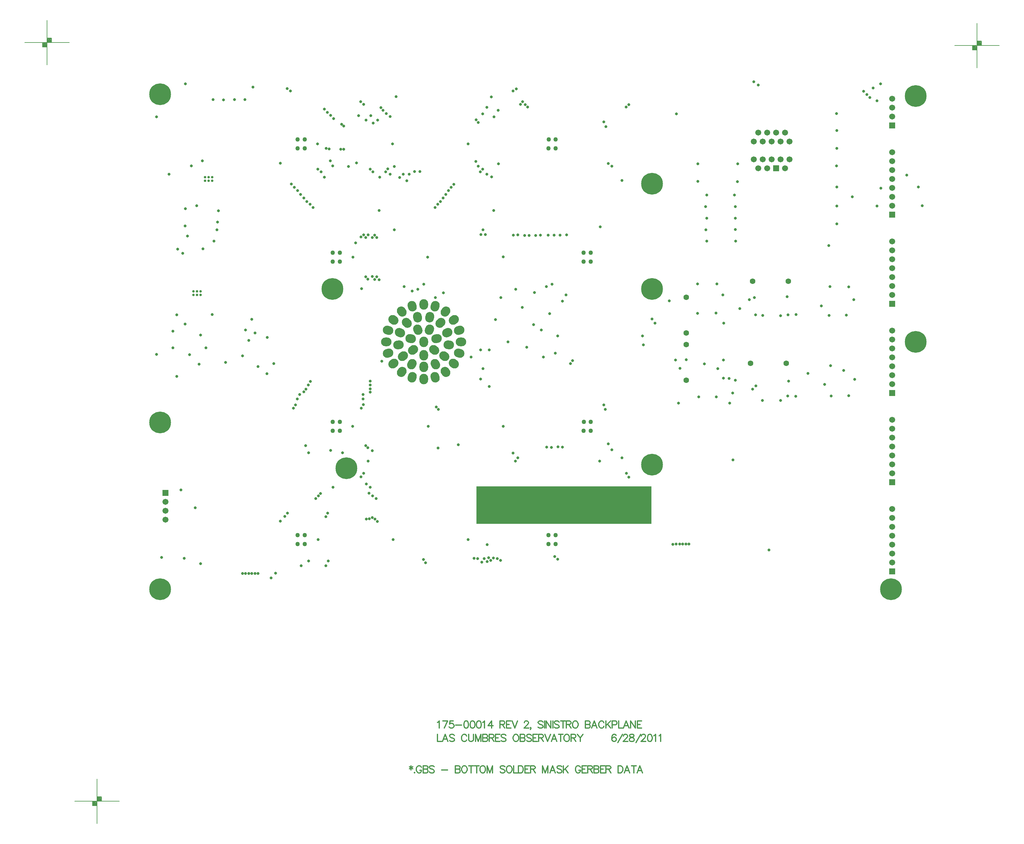
<source format=gbs>
%FSLAX23Y23*%
%MOIN*%
G70*
G01*
G75*
G04 Layer_Color=16711935*
%ADD10R,0.037X0.035*%
%ADD11R,0.037X0.035*%
%ADD12R,0.043X0.085*%
%ADD13R,0.043X0.085*%
%ADD14R,0.138X0.085*%
%ADD15R,0.135X0.070*%
%ADD16R,0.100X0.100*%
%ADD17R,0.078X0.048*%
%ADD18R,0.050X0.050*%
%ADD19R,0.050X0.050*%
%ADD20R,0.209X0.079*%
%ADD21O,0.098X0.028*%
%ADD22R,0.016X0.085*%
%ADD23R,0.709X0.020*%
%ADD24O,0.028X0.098*%
%ADD25R,0.070X0.135*%
%ADD26C,0.010*%
%ADD27C,0.030*%
%ADD28C,0.050*%
%ADD29C,0.012*%
%ADD30C,0.008*%
%ADD31C,0.012*%
%ADD32C,0.012*%
%ADD33C,0.020*%
%ADD34C,0.050*%
G04:AMPARAMS|DCode=35|XSize=90mil|YSize=110mil|CornerRadius=0mil|HoleSize=0mil|Usage=FLASHONLY|Rotation=162.000|XOffset=0mil|YOffset=0mil|HoleType=Round|Shape=Round|*
%AMOVALD35*
21,1,0.020,0.090,0.000,0.000,252.0*
1,1,0.090,0.003,0.010*
1,1,0.090,-0.003,-0.010*
%
%ADD35OVALD35*%

G04:AMPARAMS|DCode=36|XSize=90mil|YSize=110mil|CornerRadius=0mil|HoleSize=0mil|Usage=FLASHONLY|Rotation=144.000|XOffset=0mil|YOffset=0mil|HoleType=Round|Shape=Round|*
%AMOVALD36*
21,1,0.020,0.090,0.000,0.000,234.0*
1,1,0.090,0.006,0.008*
1,1,0.090,-0.006,-0.008*
%
%ADD36OVALD36*%

G04:AMPARAMS|DCode=37|XSize=90mil|YSize=110mil|CornerRadius=0mil|HoleSize=0mil|Usage=FLASHONLY|Rotation=126.000|XOffset=0mil|YOffset=0mil|HoleType=Round|Shape=Round|*
%AMOVALD37*
21,1,0.020,0.090,0.000,0.000,216.0*
1,1,0.090,0.008,0.006*
1,1,0.090,-0.008,-0.006*
%
%ADD37OVALD37*%

G04:AMPARAMS|DCode=38|XSize=90mil|YSize=110mil|CornerRadius=0mil|HoleSize=0mil|Usage=FLASHONLY|Rotation=108.000|XOffset=0mil|YOffset=0mil|HoleType=Round|Shape=Round|*
%AMOVALD38*
21,1,0.020,0.090,0.000,0.000,198.0*
1,1,0.090,0.010,0.003*
1,1,0.090,-0.010,-0.003*
%
%ADD38OVALD38*%

%ADD39O,0.110X0.090*%
G04:AMPARAMS|DCode=40|XSize=90mil|YSize=110mil|CornerRadius=0mil|HoleSize=0mil|Usage=FLASHONLY|Rotation=72.000|XOffset=0mil|YOffset=0mil|HoleType=Round|Shape=Round|*
%AMOVALD40*
21,1,0.020,0.090,0.000,0.000,162.0*
1,1,0.090,0.010,-0.003*
1,1,0.090,-0.010,0.003*
%
%ADD40OVALD40*%

G04:AMPARAMS|DCode=41|XSize=90mil|YSize=110mil|CornerRadius=0mil|HoleSize=0mil|Usage=FLASHONLY|Rotation=54.000|XOffset=0mil|YOffset=0mil|HoleType=Round|Shape=Round|*
%AMOVALD41*
21,1,0.020,0.090,0.000,0.000,144.0*
1,1,0.090,0.008,-0.006*
1,1,0.090,-0.008,0.006*
%
%ADD41OVALD41*%

G04:AMPARAMS|DCode=42|XSize=90mil|YSize=110mil|CornerRadius=0mil|HoleSize=0mil|Usage=FLASHONLY|Rotation=36.000|XOffset=0mil|YOffset=0mil|HoleType=Round|Shape=Round|*
%AMOVALD42*
21,1,0.020,0.090,0.000,0.000,126.0*
1,1,0.090,0.006,-0.008*
1,1,0.090,-0.006,0.008*
%
%ADD42OVALD42*%

G04:AMPARAMS|DCode=43|XSize=90mil|YSize=110mil|CornerRadius=0mil|HoleSize=0mil|Usage=FLASHONLY|Rotation=18.000|XOffset=0mil|YOffset=0mil|HoleType=Round|Shape=Round|*
%AMOVALD43*
21,1,0.020,0.090,0.000,0.000,108.0*
1,1,0.090,0.003,-0.010*
1,1,0.090,-0.003,0.010*
%
%ADD43OVALD43*%

%ADD44O,0.090X0.110*%
G04:AMPARAMS|DCode=45|XSize=90mil|YSize=110mil|CornerRadius=0mil|HoleSize=0mil|Usage=FLASHONLY|Rotation=152.304|XOffset=0mil|YOffset=0mil|HoleType=Round|Shape=Round|*
%AMOVALD45*
21,1,0.020,0.090,0.000,0.000,242.3*
1,1,0.090,0.005,0.009*
1,1,0.090,-0.005,-0.009*
%
%ADD45OVALD45*%

G04:AMPARAMS|DCode=46|XSize=90mil|YSize=110mil|CornerRadius=0mil|HoleSize=0mil|Usage=FLASHONLY|Rotation=124.612|XOffset=0mil|YOffset=0mil|HoleType=Round|Shape=Round|*
%AMOVALD46*
21,1,0.020,0.090,0.000,0.000,214.6*
1,1,0.090,0.008,0.006*
1,1,0.090,-0.008,-0.006*
%
%ADD46OVALD46*%

G04:AMPARAMS|DCode=47|XSize=90mil|YSize=110mil|CornerRadius=0mil|HoleSize=0mil|Usage=FLASHONLY|Rotation=96.920|XOffset=0mil|YOffset=0mil|HoleType=Round|Shape=Round|*
%AMOVALD47*
21,1,0.020,0.090,0.000,0.000,186.9*
1,1,0.090,0.010,0.001*
1,1,0.090,-0.010,-0.001*
%
%ADD47OVALD47*%

G04:AMPARAMS|DCode=48|XSize=90mil|YSize=110mil|CornerRadius=0mil|HoleSize=0mil|Usage=FLASHONLY|Rotation=69.228|XOffset=0mil|YOffset=0mil|HoleType=Round|Shape=Round|*
%AMOVALD48*
21,1,0.020,0.090,0.000,0.000,159.2*
1,1,0.090,0.009,-0.004*
1,1,0.090,-0.009,0.004*
%
%ADD48OVALD48*%

G04:AMPARAMS|DCode=49|XSize=90mil|YSize=110mil|CornerRadius=0mil|HoleSize=0mil|Usage=FLASHONLY|Rotation=41.536|XOffset=0mil|YOffset=0mil|HoleType=Round|Shape=Round|*
%AMOVALD49*
21,1,0.020,0.090,0.000,0.000,131.5*
1,1,0.090,0.007,-0.007*
1,1,0.090,-0.007,0.007*
%
%ADD49OVALD49*%

G04:AMPARAMS|DCode=50|XSize=90mil|YSize=110mil|CornerRadius=0mil|HoleSize=0mil|Usage=FLASHONLY|Rotation=13.844|XOffset=0mil|YOffset=0mil|HoleType=Round|Shape=Round|*
%AMOVALD50*
21,1,0.020,0.090,0.000,0.000,103.8*
1,1,0.090,0.002,-0.010*
1,1,0.090,-0.002,0.010*
%
%ADD50OVALD50*%

G04:AMPARAMS|DCode=51|XSize=90mil|YSize=110mil|CornerRadius=0mil|HoleSize=0mil|Usage=FLASHONLY|Rotation=346.152|XOffset=0mil|YOffset=0mil|HoleType=Round|Shape=Round|*
%AMOVALD51*
21,1,0.020,0.090,0.000,0.000,76.2*
1,1,0.090,-0.002,-0.010*
1,1,0.090,0.002,0.010*
%
%ADD51OVALD51*%

G04:AMPARAMS|DCode=52|XSize=90mil|YSize=110mil|CornerRadius=0mil|HoleSize=0mil|Usage=FLASHONLY|Rotation=318.460|XOffset=0mil|YOffset=0mil|HoleType=Round|Shape=Round|*
%AMOVALD52*
21,1,0.020,0.090,0.000,0.000,48.5*
1,1,0.090,-0.007,-0.007*
1,1,0.090,0.007,0.007*
%
%ADD52OVALD52*%

G04:AMPARAMS|DCode=53|XSize=90mil|YSize=110mil|CornerRadius=0mil|HoleSize=0mil|Usage=FLASHONLY|Rotation=290.768|XOffset=0mil|YOffset=0mil|HoleType=Round|Shape=Round|*
%AMOVALD53*
21,1,0.020,0.090,0.000,0.000,20.8*
1,1,0.090,-0.009,-0.004*
1,1,0.090,0.009,0.004*
%
%ADD53OVALD53*%

G04:AMPARAMS|DCode=54|XSize=90mil|YSize=110mil|CornerRadius=0mil|HoleSize=0mil|Usage=FLASHONLY|Rotation=263.076|XOffset=0mil|YOffset=0mil|HoleType=Round|Shape=Round|*
%AMOVALD54*
21,1,0.020,0.090,0.000,0.000,353.1*
1,1,0.090,-0.010,0.001*
1,1,0.090,0.010,-0.001*
%
%ADD54OVALD54*%

G04:AMPARAMS|DCode=55|XSize=90mil|YSize=110mil|CornerRadius=0mil|HoleSize=0mil|Usage=FLASHONLY|Rotation=235.384|XOffset=0mil|YOffset=0mil|HoleType=Round|Shape=Round|*
%AMOVALD55*
21,1,0.020,0.090,0.000,0.000,325.4*
1,1,0.090,-0.008,0.006*
1,1,0.090,0.008,-0.006*
%
%ADD55OVALD55*%

G04:AMPARAMS|DCode=56|XSize=90mil|YSize=110mil|CornerRadius=0mil|HoleSize=0mil|Usage=FLASHONLY|Rotation=207.692|XOffset=0mil|YOffset=0mil|HoleType=Round|Shape=Round|*
%AMOVALD56*
21,1,0.020,0.090,0.000,0.000,297.7*
1,1,0.090,-0.005,0.009*
1,1,0.090,0.005,-0.009*
%
%ADD56OVALD56*%

G04:AMPARAMS|DCode=57|XSize=90mil|YSize=110mil|CornerRadius=0mil|HoleSize=0mil|Usage=FLASHONLY|Rotation=128.568|XOffset=0mil|YOffset=0mil|HoleType=Round|Shape=Round|*
%AMOVALD57*
21,1,0.020,0.090,0.000,0.000,218.6*
1,1,0.090,0.008,0.006*
1,1,0.090,-0.008,-0.006*
%
%ADD57OVALD57*%

G04:AMPARAMS|DCode=58|XSize=90mil|YSize=110mil|CornerRadius=0mil|HoleSize=0mil|Usage=FLASHONLY|Rotation=77.140|XOffset=0mil|YOffset=0mil|HoleType=Round|Shape=Round|*
%AMOVALD58*
21,1,0.020,0.090,0.000,0.000,167.1*
1,1,0.090,0.010,-0.002*
1,1,0.090,-0.010,0.002*
%
%ADD58OVALD58*%

G04:AMPARAMS|DCode=59|XSize=90mil|YSize=110mil|CornerRadius=0mil|HoleSize=0mil|Usage=FLASHONLY|Rotation=25.712|XOffset=0mil|YOffset=0mil|HoleType=Round|Shape=Round|*
%AMOVALD59*
21,1,0.020,0.090,0.000,0.000,115.7*
1,1,0.090,0.004,-0.009*
1,1,0.090,-0.004,0.009*
%
%ADD59OVALD59*%

G04:AMPARAMS|DCode=60|XSize=90mil|YSize=110mil|CornerRadius=0mil|HoleSize=0mil|Usage=FLASHONLY|Rotation=334.284|XOffset=0mil|YOffset=0mil|HoleType=Round|Shape=Round|*
%AMOVALD60*
21,1,0.020,0.090,0.000,0.000,64.3*
1,1,0.090,-0.004,-0.009*
1,1,0.090,0.004,0.009*
%
%ADD60OVALD60*%

G04:AMPARAMS|DCode=61|XSize=90mil|YSize=110mil|CornerRadius=0mil|HoleSize=0mil|Usage=FLASHONLY|Rotation=282.856|XOffset=0mil|YOffset=0mil|HoleType=Round|Shape=Round|*
%AMOVALD61*
21,1,0.020,0.090,0.000,0.000,12.9*
1,1,0.090,-0.010,-0.002*
1,1,0.090,0.010,0.002*
%
%ADD61OVALD61*%

G04:AMPARAMS|DCode=62|XSize=90mil|YSize=110mil|CornerRadius=0mil|HoleSize=0mil|Usage=FLASHONLY|Rotation=231.428|XOffset=0mil|YOffset=0mil|HoleType=Round|Shape=Round|*
%AMOVALD62*
21,1,0.020,0.090,0.000,0.000,321.4*
1,1,0.090,-0.008,0.006*
1,1,0.090,0.008,-0.006*
%
%ADD62OVALD62*%

%ADD63R,0.059X0.059*%
%ADD64C,0.059*%
%ADD65C,0.055*%
%ADD66C,0.236*%
%ADD67C,0.024*%
%ADD68C,0.040*%
%ADD69C,0.065*%
%ADD70C,0.110*%
G04:AMPARAMS|DCode=71|XSize=130mil|YSize=130mil|CornerRadius=0mil|HoleSize=0mil|Usage=FLASHONLY|Rotation=0.000|XOffset=0mil|YOffset=0mil|HoleType=Round|Shape=Relief|Width=10mil|Gap=10mil|Entries=4|*
%AMTHD71*
7,0,0,0.130,0.110,0.010,45*
%
%ADD71THD71*%
%ADD72C,0.079*%
G04:AMPARAMS|DCode=73|XSize=99.37mil|YSize=99.37mil|CornerRadius=0mil|HoleSize=0mil|Usage=FLASHONLY|Rotation=0.000|XOffset=0mil|YOffset=0mil|HoleType=Round|Shape=Relief|Width=10mil|Gap=10mil|Entries=4|*
%AMTHD73*
7,0,0,0.099,0.079,0.010,45*
%
%ADD73THD73*%
G04:AMPARAMS|DCode=74|XSize=95.433mil|YSize=95.433mil|CornerRadius=0mil|HoleSize=0mil|Usage=FLASHONLY|Rotation=0.000|XOffset=0mil|YOffset=0mil|HoleType=Round|Shape=Relief|Width=10mil|Gap=10mil|Entries=4|*
%AMTHD74*
7,0,0,0.095,0.075,0.010,45*
%
%ADD74THD74*%
%ADD75C,0.075*%
%ADD76C,0.073*%
G04:AMPARAMS|DCode=77|XSize=93.465mil|YSize=93.465mil|CornerRadius=0mil|HoleSize=0mil|Usage=FLASHONLY|Rotation=0.000|XOffset=0mil|YOffset=0mil|HoleType=Round|Shape=Relief|Width=10mil|Gap=10mil|Entries=4|*
%AMTHD77*
7,0,0,0.093,0.073,0.010,45*
%
%ADD77THD77*%
G04:AMPARAMS|DCode=78|XSize=85mil|YSize=85mil|CornerRadius=0mil|HoleSize=0mil|Usage=FLASHONLY|Rotation=0.000|XOffset=0mil|YOffset=0mil|HoleType=Round|Shape=Relief|Width=10mil|Gap=10mil|Entries=4|*
%AMTHD78*
7,0,0,0.085,0.065,0.010,45*
%
%ADD78THD78*%
%ADD79C,0.174*%
G04:AMPARAMS|DCode=80|XSize=70mil|YSize=70mil|CornerRadius=0mil|HoleSize=0mil|Usage=FLASHONLY|Rotation=0.000|XOffset=0mil|YOffset=0mil|HoleType=Round|Shape=Relief|Width=10mil|Gap=10mil|Entries=4|*
%AMTHD80*
7,0,0,0.070,0.050,0.010,45*
%
%ADD80THD80*%
%ADD81C,0.010*%
%ADD82C,0.010*%
%ADD83C,0.020*%
%ADD84C,0.008*%
%ADD85C,0.007*%
%ADD86C,0.006*%
%ADD87C,0.020*%
%ADD88R,1.096X0.079*%
%ADD89R,1.496X0.079*%
%ADD90R,1.000X0.079*%
%ADD91R,0.257X0.178*%
%ADD92R,0.045X0.043*%
%ADD93R,0.045X0.043*%
%ADD94R,0.051X0.093*%
%ADD95R,0.051X0.093*%
%ADD96R,0.146X0.093*%
%ADD97R,0.143X0.078*%
%ADD98R,0.108X0.108*%
%ADD99R,0.086X0.056*%
%ADD100R,0.058X0.058*%
%ADD101R,0.058X0.058*%
%ADD102R,0.217X0.087*%
%ADD103O,0.106X0.036*%
%ADD104R,0.024X0.093*%
%ADD105R,0.717X0.028*%
%ADD106O,0.036X0.106*%
%ADD107R,0.078X0.143*%
%ADD108C,0.028*%
G04:AMPARAMS|DCode=109|XSize=98mil|YSize=118mil|CornerRadius=0mil|HoleSize=0mil|Usage=FLASHONLY|Rotation=162.000|XOffset=0mil|YOffset=0mil|HoleType=Round|Shape=Round|*
%AMOVALD109*
21,1,0.020,0.098,0.000,0.000,252.0*
1,1,0.098,0.003,0.010*
1,1,0.098,-0.003,-0.010*
%
%ADD109OVALD109*%

G04:AMPARAMS|DCode=110|XSize=98mil|YSize=118mil|CornerRadius=0mil|HoleSize=0mil|Usage=FLASHONLY|Rotation=144.000|XOffset=0mil|YOffset=0mil|HoleType=Round|Shape=Round|*
%AMOVALD110*
21,1,0.020,0.098,0.000,0.000,234.0*
1,1,0.098,0.006,0.008*
1,1,0.098,-0.006,-0.008*
%
%ADD110OVALD110*%

G04:AMPARAMS|DCode=111|XSize=98mil|YSize=118mil|CornerRadius=0mil|HoleSize=0mil|Usage=FLASHONLY|Rotation=126.000|XOffset=0mil|YOffset=0mil|HoleType=Round|Shape=Round|*
%AMOVALD111*
21,1,0.020,0.098,0.000,0.000,216.0*
1,1,0.098,0.008,0.006*
1,1,0.098,-0.008,-0.006*
%
%ADD111OVALD111*%

G04:AMPARAMS|DCode=112|XSize=98mil|YSize=118mil|CornerRadius=0mil|HoleSize=0mil|Usage=FLASHONLY|Rotation=108.000|XOffset=0mil|YOffset=0mil|HoleType=Round|Shape=Round|*
%AMOVALD112*
21,1,0.020,0.098,0.000,0.000,198.0*
1,1,0.098,0.010,0.003*
1,1,0.098,-0.010,-0.003*
%
%ADD112OVALD112*%

%ADD113O,0.118X0.098*%
G04:AMPARAMS|DCode=114|XSize=98mil|YSize=118mil|CornerRadius=0mil|HoleSize=0mil|Usage=FLASHONLY|Rotation=72.000|XOffset=0mil|YOffset=0mil|HoleType=Round|Shape=Round|*
%AMOVALD114*
21,1,0.020,0.098,0.000,0.000,162.0*
1,1,0.098,0.010,-0.003*
1,1,0.098,-0.010,0.003*
%
%ADD114OVALD114*%

G04:AMPARAMS|DCode=115|XSize=98mil|YSize=118mil|CornerRadius=0mil|HoleSize=0mil|Usage=FLASHONLY|Rotation=54.000|XOffset=0mil|YOffset=0mil|HoleType=Round|Shape=Round|*
%AMOVALD115*
21,1,0.020,0.098,0.000,0.000,144.0*
1,1,0.098,0.008,-0.006*
1,1,0.098,-0.008,0.006*
%
%ADD115OVALD115*%

G04:AMPARAMS|DCode=116|XSize=98mil|YSize=118mil|CornerRadius=0mil|HoleSize=0mil|Usage=FLASHONLY|Rotation=36.000|XOffset=0mil|YOffset=0mil|HoleType=Round|Shape=Round|*
%AMOVALD116*
21,1,0.020,0.098,0.000,0.000,126.0*
1,1,0.098,0.006,-0.008*
1,1,0.098,-0.006,0.008*
%
%ADD116OVALD116*%

G04:AMPARAMS|DCode=117|XSize=98mil|YSize=118mil|CornerRadius=0mil|HoleSize=0mil|Usage=FLASHONLY|Rotation=18.000|XOffset=0mil|YOffset=0mil|HoleType=Round|Shape=Round|*
%AMOVALD117*
21,1,0.020,0.098,0.000,0.000,108.0*
1,1,0.098,0.003,-0.010*
1,1,0.098,-0.003,0.010*
%
%ADD117OVALD117*%

%ADD118O,0.098X0.118*%
G04:AMPARAMS|DCode=119|XSize=98mil|YSize=118mil|CornerRadius=0mil|HoleSize=0mil|Usage=FLASHONLY|Rotation=152.304|XOffset=0mil|YOffset=0mil|HoleType=Round|Shape=Round|*
%AMOVALD119*
21,1,0.020,0.098,0.000,0.000,242.3*
1,1,0.098,0.005,0.009*
1,1,0.098,-0.005,-0.009*
%
%ADD119OVALD119*%

G04:AMPARAMS|DCode=120|XSize=98mil|YSize=118mil|CornerRadius=0mil|HoleSize=0mil|Usage=FLASHONLY|Rotation=124.612|XOffset=0mil|YOffset=0mil|HoleType=Round|Shape=Round|*
%AMOVALD120*
21,1,0.020,0.098,0.000,0.000,214.6*
1,1,0.098,0.008,0.006*
1,1,0.098,-0.008,-0.006*
%
%ADD120OVALD120*%

G04:AMPARAMS|DCode=121|XSize=98mil|YSize=118mil|CornerRadius=0mil|HoleSize=0mil|Usage=FLASHONLY|Rotation=96.920|XOffset=0mil|YOffset=0mil|HoleType=Round|Shape=Round|*
%AMOVALD121*
21,1,0.020,0.098,0.000,0.000,186.9*
1,1,0.098,0.010,0.001*
1,1,0.098,-0.010,-0.001*
%
%ADD121OVALD121*%

G04:AMPARAMS|DCode=122|XSize=98mil|YSize=118mil|CornerRadius=0mil|HoleSize=0mil|Usage=FLASHONLY|Rotation=69.228|XOffset=0mil|YOffset=0mil|HoleType=Round|Shape=Round|*
%AMOVALD122*
21,1,0.020,0.098,0.000,0.000,159.2*
1,1,0.098,0.009,-0.004*
1,1,0.098,-0.009,0.004*
%
%ADD122OVALD122*%

G04:AMPARAMS|DCode=123|XSize=98mil|YSize=118mil|CornerRadius=0mil|HoleSize=0mil|Usage=FLASHONLY|Rotation=41.536|XOffset=0mil|YOffset=0mil|HoleType=Round|Shape=Round|*
%AMOVALD123*
21,1,0.020,0.098,0.000,0.000,131.5*
1,1,0.098,0.007,-0.007*
1,1,0.098,-0.007,0.007*
%
%ADD123OVALD123*%

G04:AMPARAMS|DCode=124|XSize=98mil|YSize=118mil|CornerRadius=0mil|HoleSize=0mil|Usage=FLASHONLY|Rotation=13.844|XOffset=0mil|YOffset=0mil|HoleType=Round|Shape=Round|*
%AMOVALD124*
21,1,0.020,0.098,0.000,0.000,103.8*
1,1,0.098,0.002,-0.010*
1,1,0.098,-0.002,0.010*
%
%ADD124OVALD124*%

G04:AMPARAMS|DCode=125|XSize=98mil|YSize=118mil|CornerRadius=0mil|HoleSize=0mil|Usage=FLASHONLY|Rotation=346.152|XOffset=0mil|YOffset=0mil|HoleType=Round|Shape=Round|*
%AMOVALD125*
21,1,0.020,0.098,0.000,0.000,76.2*
1,1,0.098,-0.002,-0.010*
1,1,0.098,0.002,0.010*
%
%ADD125OVALD125*%

G04:AMPARAMS|DCode=126|XSize=98mil|YSize=118mil|CornerRadius=0mil|HoleSize=0mil|Usage=FLASHONLY|Rotation=318.460|XOffset=0mil|YOffset=0mil|HoleType=Round|Shape=Round|*
%AMOVALD126*
21,1,0.020,0.098,0.000,0.000,48.5*
1,1,0.098,-0.007,-0.007*
1,1,0.098,0.007,0.007*
%
%ADD126OVALD126*%

G04:AMPARAMS|DCode=127|XSize=98mil|YSize=118mil|CornerRadius=0mil|HoleSize=0mil|Usage=FLASHONLY|Rotation=290.768|XOffset=0mil|YOffset=0mil|HoleType=Round|Shape=Round|*
%AMOVALD127*
21,1,0.020,0.098,0.000,0.000,20.8*
1,1,0.098,-0.009,-0.004*
1,1,0.098,0.009,0.004*
%
%ADD127OVALD127*%

G04:AMPARAMS|DCode=128|XSize=98mil|YSize=118mil|CornerRadius=0mil|HoleSize=0mil|Usage=FLASHONLY|Rotation=263.076|XOffset=0mil|YOffset=0mil|HoleType=Round|Shape=Round|*
%AMOVALD128*
21,1,0.020,0.098,0.000,0.000,353.1*
1,1,0.098,-0.010,0.001*
1,1,0.098,0.010,-0.001*
%
%ADD128OVALD128*%

G04:AMPARAMS|DCode=129|XSize=98mil|YSize=118mil|CornerRadius=0mil|HoleSize=0mil|Usage=FLASHONLY|Rotation=235.384|XOffset=0mil|YOffset=0mil|HoleType=Round|Shape=Round|*
%AMOVALD129*
21,1,0.020,0.098,0.000,0.000,325.4*
1,1,0.098,-0.008,0.006*
1,1,0.098,0.008,-0.006*
%
%ADD129OVALD129*%

G04:AMPARAMS|DCode=130|XSize=98mil|YSize=118mil|CornerRadius=0mil|HoleSize=0mil|Usage=FLASHONLY|Rotation=207.692|XOffset=0mil|YOffset=0mil|HoleType=Round|Shape=Round|*
%AMOVALD130*
21,1,0.020,0.098,0.000,0.000,297.7*
1,1,0.098,-0.005,0.009*
1,1,0.098,0.005,-0.009*
%
%ADD130OVALD130*%

G04:AMPARAMS|DCode=131|XSize=98mil|YSize=118mil|CornerRadius=0mil|HoleSize=0mil|Usage=FLASHONLY|Rotation=128.568|XOffset=0mil|YOffset=0mil|HoleType=Round|Shape=Round|*
%AMOVALD131*
21,1,0.020,0.098,0.000,0.000,218.6*
1,1,0.098,0.008,0.006*
1,1,0.098,-0.008,-0.006*
%
%ADD131OVALD131*%

G04:AMPARAMS|DCode=132|XSize=98mil|YSize=118mil|CornerRadius=0mil|HoleSize=0mil|Usage=FLASHONLY|Rotation=77.140|XOffset=0mil|YOffset=0mil|HoleType=Round|Shape=Round|*
%AMOVALD132*
21,1,0.020,0.098,0.000,0.000,167.1*
1,1,0.098,0.010,-0.002*
1,1,0.098,-0.010,0.002*
%
%ADD132OVALD132*%

G04:AMPARAMS|DCode=133|XSize=98mil|YSize=118mil|CornerRadius=0mil|HoleSize=0mil|Usage=FLASHONLY|Rotation=25.712|XOffset=0mil|YOffset=0mil|HoleType=Round|Shape=Round|*
%AMOVALD133*
21,1,0.020,0.098,0.000,0.000,115.7*
1,1,0.098,0.004,-0.009*
1,1,0.098,-0.004,0.009*
%
%ADD133OVALD133*%

G04:AMPARAMS|DCode=134|XSize=98mil|YSize=118mil|CornerRadius=0mil|HoleSize=0mil|Usage=FLASHONLY|Rotation=334.284|XOffset=0mil|YOffset=0mil|HoleType=Round|Shape=Round|*
%AMOVALD134*
21,1,0.020,0.098,0.000,0.000,64.3*
1,1,0.098,-0.004,-0.009*
1,1,0.098,0.004,0.009*
%
%ADD134OVALD134*%

G04:AMPARAMS|DCode=135|XSize=98mil|YSize=118mil|CornerRadius=0mil|HoleSize=0mil|Usage=FLASHONLY|Rotation=282.856|XOffset=0mil|YOffset=0mil|HoleType=Round|Shape=Round|*
%AMOVALD135*
21,1,0.020,0.098,0.000,0.000,12.9*
1,1,0.098,-0.010,-0.002*
1,1,0.098,0.010,0.002*
%
%ADD135OVALD135*%

G04:AMPARAMS|DCode=136|XSize=98mil|YSize=118mil|CornerRadius=0mil|HoleSize=0mil|Usage=FLASHONLY|Rotation=231.428|XOffset=0mil|YOffset=0mil|HoleType=Round|Shape=Round|*
%AMOVALD136*
21,1,0.020,0.098,0.000,0.000,321.4*
1,1,0.098,-0.008,0.006*
1,1,0.098,0.008,-0.006*
%
%ADD136OVALD136*%

%ADD137R,0.067X0.067*%
%ADD138C,0.067*%
%ADD139C,0.063*%
%ADD140C,0.244*%
%ADD141C,0.032*%
%ADD142R,1.960X0.420*%
D29*
X32017Y19469D02*
Y19423D01*
X31998Y19457D02*
X32036Y19434D01*
Y19457D02*
X31998Y19434D01*
X32056Y19396D02*
X32052Y19393D01*
X32056Y19389D01*
X32060Y19393D01*
X32056Y19396D01*
X32134Y19450D02*
X32130Y19457D01*
X32123Y19465D01*
X32115Y19469D01*
X32100D01*
X32092Y19465D01*
X32085Y19457D01*
X32081Y19450D01*
X32077Y19438D01*
Y19419D01*
X32081Y19408D01*
X32085Y19400D01*
X32092Y19393D01*
X32100Y19389D01*
X32115D01*
X32123Y19393D01*
X32130Y19400D01*
X32134Y19408D01*
Y19419D01*
X32115D02*
X32134D01*
X32153Y19469D02*
Y19389D01*
Y19469D02*
X32187D01*
X32198Y19465D01*
X32202Y19461D01*
X32206Y19453D01*
Y19446D01*
X32202Y19438D01*
X32198Y19434D01*
X32187Y19431D01*
X32153D02*
X32187D01*
X32198Y19427D01*
X32202Y19423D01*
X32206Y19415D01*
Y19404D01*
X32202Y19396D01*
X32198Y19393D01*
X32187Y19389D01*
X32153D01*
X32277Y19457D02*
X32269Y19465D01*
X32258Y19469D01*
X32243D01*
X32231Y19465D01*
X32224Y19457D01*
Y19450D01*
X32228Y19442D01*
X32231Y19438D01*
X32239Y19434D01*
X32262Y19427D01*
X32269Y19423D01*
X32273Y19419D01*
X32277Y19412D01*
Y19400D01*
X32269Y19393D01*
X32258Y19389D01*
X32243D01*
X32231Y19393D01*
X32224Y19400D01*
X32358Y19423D02*
X32426D01*
X32513Y19469D02*
Y19389D01*
Y19469D02*
X32547D01*
X32559Y19465D01*
X32562Y19461D01*
X32566Y19453D01*
Y19446D01*
X32562Y19438D01*
X32559Y19434D01*
X32547Y19431D01*
X32513D02*
X32547D01*
X32559Y19427D01*
X32562Y19423D01*
X32566Y19415D01*
Y19404D01*
X32562Y19396D01*
X32559Y19393D01*
X32547Y19389D01*
X32513D01*
X32607Y19469D02*
X32599Y19465D01*
X32592Y19457D01*
X32588Y19450D01*
X32584Y19438D01*
Y19419D01*
X32588Y19408D01*
X32592Y19400D01*
X32599Y19393D01*
X32607Y19389D01*
X32622D01*
X32630Y19393D01*
X32637Y19400D01*
X32641Y19408D01*
X32645Y19419D01*
Y19438D01*
X32641Y19450D01*
X32637Y19457D01*
X32630Y19465D01*
X32622Y19469D01*
X32607D01*
X32690D02*
Y19389D01*
X32664Y19469D02*
X32717D01*
X32753D02*
Y19389D01*
X32727Y19469D02*
X32780D01*
X32812D02*
X32805Y19465D01*
X32797Y19457D01*
X32793Y19450D01*
X32789Y19438D01*
Y19419D01*
X32793Y19408D01*
X32797Y19400D01*
X32805Y19393D01*
X32812Y19389D01*
X32827D01*
X32835Y19393D01*
X32843Y19400D01*
X32847Y19408D01*
X32850Y19419D01*
Y19438D01*
X32847Y19450D01*
X32843Y19457D01*
X32835Y19465D01*
X32827Y19469D01*
X32812D01*
X32869D02*
Y19389D01*
Y19469D02*
X32899Y19389D01*
X32930Y19469D02*
X32899Y19389D01*
X32930Y19469D02*
Y19389D01*
X33069Y19457D02*
X33061Y19465D01*
X33050Y19469D01*
X33035D01*
X33023Y19465D01*
X33016Y19457D01*
Y19450D01*
X33019Y19442D01*
X33023Y19438D01*
X33031Y19434D01*
X33054Y19427D01*
X33061Y19423D01*
X33065Y19419D01*
X33069Y19412D01*
Y19400D01*
X33061Y19393D01*
X33050Y19389D01*
X33035D01*
X33023Y19393D01*
X33016Y19400D01*
X33110Y19469D02*
X33102Y19465D01*
X33094Y19457D01*
X33091Y19450D01*
X33087Y19438D01*
Y19419D01*
X33091Y19408D01*
X33094Y19400D01*
X33102Y19393D01*
X33110Y19389D01*
X33125D01*
X33133Y19393D01*
X33140Y19400D01*
X33144Y19408D01*
X33148Y19419D01*
Y19438D01*
X33144Y19450D01*
X33140Y19457D01*
X33133Y19465D01*
X33125Y19469D01*
X33110D01*
X33166D02*
Y19389D01*
X33212D01*
X33221Y19469D02*
Y19389D01*
Y19469D02*
X33248D01*
X33259Y19465D01*
X33267Y19457D01*
X33270Y19450D01*
X33274Y19438D01*
Y19419D01*
X33270Y19408D01*
X33267Y19400D01*
X33259Y19393D01*
X33248Y19389D01*
X33221D01*
X33342Y19469D02*
X33292D01*
Y19389D01*
X33342D01*
X33292Y19431D02*
X33323D01*
X33355Y19469D02*
Y19389D01*
Y19469D02*
X33389D01*
X33401Y19465D01*
X33404Y19461D01*
X33408Y19453D01*
Y19446D01*
X33404Y19438D01*
X33401Y19434D01*
X33389Y19431D01*
X33355D01*
X33382D02*
X33408Y19389D01*
X33489Y19469D02*
Y19389D01*
Y19469D02*
X33520Y19389D01*
X33550Y19469D02*
X33520Y19389D01*
X33550Y19469D02*
Y19389D01*
X33634D02*
X33603Y19469D01*
X33573Y19389D01*
X33584Y19415D02*
X33622D01*
X33706Y19457D02*
X33698Y19465D01*
X33687Y19469D01*
X33671D01*
X33660Y19465D01*
X33652Y19457D01*
Y19450D01*
X33656Y19442D01*
X33660Y19438D01*
X33668Y19434D01*
X33691Y19427D01*
X33698Y19423D01*
X33702Y19419D01*
X33706Y19412D01*
Y19400D01*
X33698Y19393D01*
X33687Y19389D01*
X33671D01*
X33660Y19393D01*
X33652Y19400D01*
X33724Y19469D02*
Y19389D01*
X33777Y19469D02*
X33724Y19415D01*
X33743Y19434D02*
X33777Y19389D01*
X33915Y19450D02*
X33911Y19457D01*
X33903Y19465D01*
X33896Y19469D01*
X33881D01*
X33873Y19465D01*
X33865Y19457D01*
X33862Y19450D01*
X33858Y19438D01*
Y19419D01*
X33862Y19408D01*
X33865Y19400D01*
X33873Y19393D01*
X33881Y19389D01*
X33896D01*
X33903Y19393D01*
X33911Y19400D01*
X33915Y19408D01*
Y19419D01*
X33896D02*
X33915D01*
X33983Y19469D02*
X33933D01*
Y19389D01*
X33983D01*
X33933Y19431D02*
X33964D01*
X33996Y19469D02*
Y19389D01*
Y19469D02*
X34030D01*
X34042Y19465D01*
X34045Y19461D01*
X34049Y19453D01*
Y19446D01*
X34045Y19438D01*
X34042Y19434D01*
X34030Y19431D01*
X33996D01*
X34023D02*
X34049Y19389D01*
X34067Y19469D02*
Y19389D01*
Y19469D02*
X34101D01*
X34113Y19465D01*
X34117Y19461D01*
X34121Y19453D01*
Y19446D01*
X34117Y19438D01*
X34113Y19434D01*
X34101Y19431D01*
X34067D02*
X34101D01*
X34113Y19427D01*
X34117Y19423D01*
X34121Y19415D01*
Y19404D01*
X34117Y19396D01*
X34113Y19393D01*
X34101Y19389D01*
X34067D01*
X34188Y19469D02*
X34138D01*
Y19389D01*
X34188D01*
X34138Y19431D02*
X34169D01*
X34201Y19469D02*
Y19389D01*
Y19469D02*
X34236D01*
X34247Y19465D01*
X34251Y19461D01*
X34255Y19453D01*
Y19446D01*
X34251Y19438D01*
X34247Y19434D01*
X34236Y19431D01*
X34201D01*
X34228D02*
X34255Y19389D01*
X34335Y19469D02*
Y19389D01*
Y19469D02*
X34362D01*
X34373Y19465D01*
X34381Y19457D01*
X34385Y19450D01*
X34389Y19438D01*
Y19419D01*
X34385Y19408D01*
X34381Y19400D01*
X34373Y19393D01*
X34362Y19389D01*
X34335D01*
X34467D02*
X34437Y19469D01*
X34407Y19389D01*
X34418Y19415D02*
X34456D01*
X34513Y19469D02*
Y19389D01*
X34486Y19469D02*
X34539D01*
X34610Y19389D02*
X34579Y19469D01*
X34549Y19389D01*
X34560Y19415D02*
X34599D01*
D30*
X28249Y19071D02*
X28749D01*
X28499Y18821D02*
Y19321D01*
X28549Y19071D02*
Y19121D01*
X28499D02*
X28549D01*
X28449Y19021D02*
Y19071D01*
Y19021D02*
X28499D01*
X28454Y19066D02*
X28494D01*
X28454Y19026D02*
Y19066D01*
Y19026D02*
X28494D01*
Y19066D01*
X28459Y19061D02*
X28489D01*
X28459Y19031D02*
Y19061D01*
Y19031D02*
X28489D01*
Y19056D01*
X28464D02*
X28484D01*
X28464Y19036D02*
Y19056D01*
Y19036D02*
X28484D01*
Y19051D01*
X28469D02*
X28479D01*
X28469Y19041D02*
Y19051D01*
Y19041D02*
X28479D01*
Y19051D01*
X28469Y19046D02*
X28479D01*
X28504Y19116D02*
X28544D01*
X28504Y19076D02*
Y19116D01*
Y19076D02*
X28544D01*
Y19116D01*
X28509Y19111D02*
X28539D01*
X28509Y19081D02*
Y19111D01*
Y19081D02*
X28539D01*
Y19106D01*
X28514D02*
X28534D01*
X28514Y19086D02*
Y19106D01*
Y19086D02*
X28534D01*
Y19101D01*
X28519D02*
X28529D01*
X28519Y19091D02*
Y19101D01*
Y19091D02*
X28529D01*
Y19101D01*
X28519Y19096D02*
X28529D01*
X27690Y27577D02*
X28190D01*
X27940Y27327D02*
Y27827D01*
X27990Y27577D02*
Y27627D01*
X27940D02*
X27990D01*
X27890Y27527D02*
Y27577D01*
Y27527D02*
X27940D01*
X27895Y27572D02*
X27935D01*
X27895Y27532D02*
Y27572D01*
Y27532D02*
X27935D01*
Y27572D01*
X27900Y27567D02*
X27930D01*
X27900Y27537D02*
Y27567D01*
Y27537D02*
X27930D01*
Y27562D01*
X27905D02*
X27925D01*
X27905Y27542D02*
Y27562D01*
Y27542D02*
X27925D01*
Y27557D01*
X27910D02*
X27920D01*
X27910Y27547D02*
Y27557D01*
Y27547D02*
X27920D01*
Y27557D01*
X27910Y27552D02*
X27920D01*
X27945Y27622D02*
X27985D01*
X27945Y27582D02*
Y27622D01*
Y27582D02*
X27985D01*
Y27622D01*
X27950Y27617D02*
X27980D01*
X27950Y27587D02*
Y27617D01*
Y27587D02*
X27980D01*
Y27612D01*
X27955D02*
X27975D01*
X27955Y27592D02*
Y27612D01*
Y27592D02*
X27975D01*
Y27607D01*
X27960D02*
X27970D01*
X27960Y27597D02*
Y27607D01*
Y27597D02*
X27970D01*
Y27607D01*
X27960Y27602D02*
X27970D01*
X38105Y27544D02*
X38605D01*
X38355Y27294D02*
Y27794D01*
X38405Y27544D02*
Y27594D01*
X38355D02*
X38405D01*
X38305Y27494D02*
Y27544D01*
Y27494D02*
X38355D01*
X38310Y27539D02*
X38350D01*
X38310Y27499D02*
Y27539D01*
Y27499D02*
X38350D01*
Y27539D01*
X38315Y27534D02*
X38345D01*
X38315Y27504D02*
Y27534D01*
Y27504D02*
X38345D01*
Y27529D01*
X38320D02*
X38340D01*
X38320Y27509D02*
Y27529D01*
Y27509D02*
X38340D01*
Y27524D01*
X38325D02*
X38335D01*
X38325Y27514D02*
Y27524D01*
Y27514D02*
X38335D01*
Y27524D01*
X38325Y27519D02*
X38335D01*
X38360Y27589D02*
X38400D01*
X38360Y27549D02*
Y27589D01*
Y27549D02*
X38400D01*
Y27589D01*
X38365Y27584D02*
X38395D01*
X38365Y27554D02*
Y27584D01*
Y27554D02*
X38395D01*
Y27579D01*
X38370D02*
X38390D01*
X38370Y27559D02*
Y27579D01*
Y27559D02*
X38390D01*
Y27574D01*
X38375D02*
X38385D01*
X38375Y27564D02*
Y27574D01*
Y27564D02*
X38385D01*
Y27574D01*
X38375Y27569D02*
X38385D01*
D31*
X32314Y19955D02*
X32322Y19959D01*
X32333Y19970D01*
Y19890D01*
X32426Y19970D02*
X32388Y19890D01*
X32373Y19970D02*
X32426D01*
X32490D02*
X32452D01*
X32448Y19936D01*
X32452Y19940D01*
X32463Y19944D01*
X32475D01*
X32486Y19940D01*
X32494Y19932D01*
X32498Y19921D01*
Y19913D01*
X32494Y19902D01*
X32486Y19894D01*
X32475Y19890D01*
X32463D01*
X32452Y19894D01*
X32448Y19898D01*
X32444Y19906D01*
X32516Y19925D02*
X32584D01*
X32631Y19970D02*
X32619Y19967D01*
X32612Y19955D01*
X32608Y19936D01*
Y19925D01*
X32612Y19906D01*
X32619Y19894D01*
X32631Y19890D01*
X32638D01*
X32650Y19894D01*
X32657Y19906D01*
X32661Y19925D01*
Y19936D01*
X32657Y19955D01*
X32650Y19967D01*
X32638Y19970D01*
X32631D01*
X32702D02*
X32690Y19967D01*
X32683Y19955D01*
X32679Y19936D01*
Y19925D01*
X32683Y19906D01*
X32690Y19894D01*
X32702Y19890D01*
X32709D01*
X32721Y19894D01*
X32728Y19906D01*
X32732Y19925D01*
Y19936D01*
X32728Y19955D01*
X32721Y19967D01*
X32709Y19970D01*
X32702D01*
X32773D02*
X32762Y19967D01*
X32754Y19955D01*
X32750Y19936D01*
Y19925D01*
X32754Y19906D01*
X32762Y19894D01*
X32773Y19890D01*
X32781D01*
X32792Y19894D01*
X32800Y19906D01*
X32803Y19925D01*
Y19936D01*
X32800Y19955D01*
X32792Y19967D01*
X32781Y19970D01*
X32773D01*
X32821Y19955D02*
X32829Y19959D01*
X32840Y19970D01*
Y19890D01*
X32918Y19970D02*
X32880Y19917D01*
X32937D01*
X32918Y19970D02*
Y19890D01*
X33014Y19970D02*
Y19890D01*
Y19970D02*
X33048D01*
X33060Y19967D01*
X33064Y19963D01*
X33067Y19955D01*
Y19948D01*
X33064Y19940D01*
X33060Y19936D01*
X33048Y19932D01*
X33014D01*
X33041D02*
X33067Y19890D01*
X33135Y19970D02*
X33085D01*
Y19890D01*
X33135D01*
X33085Y19932D02*
X33116D01*
X33148Y19970D02*
X33179Y19890D01*
X33209Y19970D02*
X33179Y19890D01*
X33286Y19951D02*
Y19955D01*
X33290Y19963D01*
X33294Y19967D01*
X33301Y19970D01*
X33317D01*
X33324Y19967D01*
X33328Y19963D01*
X33332Y19955D01*
Y19948D01*
X33328Y19940D01*
X33320Y19929D01*
X33282Y19890D01*
X33336D01*
X33361Y19894D02*
X33357Y19890D01*
X33353Y19894D01*
X33357Y19898D01*
X33361Y19894D01*
Y19887D01*
X33357Y19879D01*
X33353Y19875D01*
X33495Y19959D02*
X33487Y19967D01*
X33476Y19970D01*
X33460D01*
X33449Y19967D01*
X33441Y19959D01*
Y19951D01*
X33445Y19944D01*
X33449Y19940D01*
X33457Y19936D01*
X33480Y19929D01*
X33487Y19925D01*
X33491Y19921D01*
X33495Y19913D01*
Y19902D01*
X33487Y19894D01*
X33476Y19890D01*
X33460D01*
X33449Y19894D01*
X33441Y19902D01*
X33513Y19970D02*
Y19890D01*
X33529Y19970D02*
Y19890D01*
Y19970D02*
X33583Y19890D01*
Y19970D02*
Y19890D01*
X33605Y19970D02*
Y19890D01*
X33675Y19959D02*
X33667Y19967D01*
X33656Y19970D01*
X33641D01*
X33629Y19967D01*
X33622Y19959D01*
Y19951D01*
X33625Y19944D01*
X33629Y19940D01*
X33637Y19936D01*
X33660Y19929D01*
X33667Y19925D01*
X33671Y19921D01*
X33675Y19913D01*
Y19902D01*
X33667Y19894D01*
X33656Y19890D01*
X33641D01*
X33629Y19894D01*
X33622Y19902D01*
X33719Y19970D02*
Y19890D01*
X33693Y19970D02*
X33746D01*
X33756D02*
Y19890D01*
Y19970D02*
X33790D01*
X33801Y19967D01*
X33805Y19963D01*
X33809Y19955D01*
Y19948D01*
X33805Y19940D01*
X33801Y19936D01*
X33790Y19932D01*
X33756D01*
X33782D02*
X33809Y19890D01*
X33850Y19970D02*
X33842Y19967D01*
X33834Y19959D01*
X33831Y19951D01*
X33827Y19940D01*
Y19921D01*
X33831Y19910D01*
X33834Y19902D01*
X33842Y19894D01*
X33850Y19890D01*
X33865D01*
X33873Y19894D01*
X33880Y19902D01*
X33884Y19910D01*
X33888Y19921D01*
Y19940D01*
X33884Y19951D01*
X33880Y19959D01*
X33873Y19967D01*
X33865Y19970D01*
X33850D01*
X33969D02*
Y19890D01*
Y19970D02*
X34004D01*
X34015Y19967D01*
X34019Y19963D01*
X34023Y19955D01*
Y19948D01*
X34019Y19940D01*
X34015Y19936D01*
X34004Y19932D01*
X33969D02*
X34004D01*
X34015Y19929D01*
X34019Y19925D01*
X34023Y19917D01*
Y19906D01*
X34019Y19898D01*
X34015Y19894D01*
X34004Y19890D01*
X33969D01*
X34101D02*
X34071Y19970D01*
X34041Y19890D01*
X34052Y19917D02*
X34090D01*
X34177Y19951D02*
X34173Y19959D01*
X34166Y19967D01*
X34158Y19970D01*
X34143D01*
X34135Y19967D01*
X34128Y19959D01*
X34124Y19951D01*
X34120Y19940D01*
Y19921D01*
X34124Y19910D01*
X34128Y19902D01*
X34135Y19894D01*
X34143Y19890D01*
X34158D01*
X34166Y19894D01*
X34173Y19902D01*
X34177Y19910D01*
X34200Y19970D02*
Y19890D01*
X34253Y19970D02*
X34200Y19917D01*
X34219Y19936D02*
X34253Y19890D01*
X34271Y19929D02*
X34305D01*
X34317Y19932D01*
X34320Y19936D01*
X34324Y19944D01*
Y19955D01*
X34320Y19963D01*
X34317Y19967D01*
X34305Y19970D01*
X34271D01*
Y19890D01*
X34342Y19970D02*
Y19890D01*
X34388D01*
X34458D02*
X34427Y19970D01*
X34397Y19890D01*
X34408Y19917D02*
X34446D01*
X34476Y19970D02*
Y19890D01*
Y19970D02*
X34530Y19890D01*
Y19970D02*
Y19890D01*
X34601Y19970D02*
X34552D01*
Y19890D01*
X34601D01*
X34552Y19932D02*
X34582D01*
D32*
X32314Y19820D02*
Y19740D01*
X32360D01*
X32430D02*
X32399Y19820D01*
X32369Y19740D01*
X32380Y19767D02*
X32418D01*
X32502Y19809D02*
X32494Y19817D01*
X32483Y19820D01*
X32468D01*
X32456Y19817D01*
X32448Y19809D01*
Y19801D01*
X32452Y19794D01*
X32456Y19790D01*
X32464Y19786D01*
X32487Y19779D01*
X32494Y19775D01*
X32498Y19771D01*
X32502Y19763D01*
Y19752D01*
X32494Y19744D01*
X32483Y19740D01*
X32468D01*
X32456Y19744D01*
X32448Y19752D01*
X32640Y19801D02*
X32636Y19809D01*
X32628Y19817D01*
X32621Y19820D01*
X32605D01*
X32598Y19817D01*
X32590Y19809D01*
X32586Y19801D01*
X32583Y19790D01*
Y19771D01*
X32586Y19759D01*
X32590Y19752D01*
X32598Y19744D01*
X32605Y19740D01*
X32621D01*
X32628Y19744D01*
X32636Y19752D01*
X32640Y19759D01*
X32662Y19820D02*
Y19763D01*
X32666Y19752D01*
X32674Y19744D01*
X32685Y19740D01*
X32693D01*
X32704Y19744D01*
X32712Y19752D01*
X32715Y19763D01*
Y19820D01*
X32738D02*
Y19740D01*
Y19820D02*
X32768Y19740D01*
X32799Y19820D02*
X32768Y19740D01*
X32799Y19820D02*
Y19740D01*
X32821Y19820D02*
Y19740D01*
Y19820D02*
X32856D01*
X32867Y19817D01*
X32871Y19813D01*
X32875Y19805D01*
Y19798D01*
X32871Y19790D01*
X32867Y19786D01*
X32856Y19782D01*
X32821D02*
X32856D01*
X32867Y19779D01*
X32871Y19775D01*
X32875Y19767D01*
Y19756D01*
X32871Y19748D01*
X32867Y19744D01*
X32856Y19740D01*
X32821D01*
X32893Y19820D02*
Y19740D01*
Y19820D02*
X32927D01*
X32938Y19817D01*
X32942Y19813D01*
X32946Y19805D01*
Y19798D01*
X32942Y19790D01*
X32938Y19786D01*
X32927Y19782D01*
X32893D01*
X32919D02*
X32946Y19740D01*
X33013Y19820D02*
X32964D01*
Y19740D01*
X33013D01*
X32964Y19782D02*
X32994D01*
X33080Y19809D02*
X33072Y19817D01*
X33061Y19820D01*
X33046D01*
X33034Y19817D01*
X33027Y19809D01*
Y19801D01*
X33030Y19794D01*
X33034Y19790D01*
X33042Y19786D01*
X33065Y19779D01*
X33072Y19775D01*
X33076Y19771D01*
X33080Y19763D01*
Y19752D01*
X33072Y19744D01*
X33061Y19740D01*
X33046D01*
X33034Y19744D01*
X33027Y19752D01*
X33184Y19820D02*
X33176Y19817D01*
X33168Y19809D01*
X33165Y19801D01*
X33161Y19790D01*
Y19771D01*
X33165Y19759D01*
X33168Y19752D01*
X33176Y19744D01*
X33184Y19740D01*
X33199D01*
X33206Y19744D01*
X33214Y19752D01*
X33218Y19759D01*
X33222Y19771D01*
Y19790D01*
X33218Y19801D01*
X33214Y19809D01*
X33206Y19817D01*
X33199Y19820D01*
X33184D01*
X33240D02*
Y19740D01*
Y19820D02*
X33275D01*
X33286Y19817D01*
X33290Y19813D01*
X33294Y19805D01*
Y19798D01*
X33290Y19790D01*
X33286Y19786D01*
X33275Y19782D01*
X33240D02*
X33275D01*
X33286Y19779D01*
X33290Y19775D01*
X33294Y19767D01*
Y19756D01*
X33290Y19748D01*
X33286Y19744D01*
X33275Y19740D01*
X33240D01*
X33365Y19809D02*
X33357Y19817D01*
X33346Y19820D01*
X33331D01*
X33319Y19817D01*
X33312Y19809D01*
Y19801D01*
X33315Y19794D01*
X33319Y19790D01*
X33327Y19786D01*
X33350Y19779D01*
X33357Y19775D01*
X33361Y19771D01*
X33365Y19763D01*
Y19752D01*
X33357Y19744D01*
X33346Y19740D01*
X33331D01*
X33319Y19744D01*
X33312Y19752D01*
X33432Y19820D02*
X33383D01*
Y19740D01*
X33432D01*
X33383Y19782D02*
X33413D01*
X33446Y19820D02*
Y19740D01*
Y19820D02*
X33480D01*
X33491Y19817D01*
X33495Y19813D01*
X33499Y19805D01*
Y19798D01*
X33495Y19790D01*
X33491Y19786D01*
X33480Y19782D01*
X33446D01*
X33472D02*
X33499Y19740D01*
X33517Y19820D02*
X33547Y19740D01*
X33578Y19820D02*
X33547Y19740D01*
X33649D02*
X33619Y19820D01*
X33588Y19740D01*
X33599Y19767D02*
X33638D01*
X33694Y19820D02*
Y19740D01*
X33668Y19820D02*
X33721D01*
X33753D02*
X33746Y19817D01*
X33738Y19809D01*
X33734Y19801D01*
X33731Y19790D01*
Y19771D01*
X33734Y19759D01*
X33738Y19752D01*
X33746Y19744D01*
X33753Y19740D01*
X33769D01*
X33776Y19744D01*
X33784Y19752D01*
X33788Y19759D01*
X33791Y19771D01*
Y19790D01*
X33788Y19801D01*
X33784Y19809D01*
X33776Y19817D01*
X33769Y19820D01*
X33753D01*
X33810D02*
Y19740D01*
Y19820D02*
X33844D01*
X33856Y19817D01*
X33860Y19813D01*
X33863Y19805D01*
Y19798D01*
X33860Y19790D01*
X33856Y19786D01*
X33844Y19782D01*
X33810D01*
X33837D02*
X33863Y19740D01*
X33881Y19820D02*
X33912Y19782D01*
Y19740D01*
X33942Y19820D02*
X33912Y19782D01*
X34312Y19809D02*
X34309Y19817D01*
X34297Y19820D01*
X34290D01*
X34278Y19817D01*
X34271Y19805D01*
X34267Y19786D01*
Y19767D01*
X34271Y19752D01*
X34278Y19744D01*
X34290Y19740D01*
X34293D01*
X34305Y19744D01*
X34312Y19752D01*
X34316Y19763D01*
Y19767D01*
X34312Y19779D01*
X34305Y19786D01*
X34293Y19790D01*
X34290D01*
X34278Y19786D01*
X34271Y19779D01*
X34267Y19767D01*
X34334Y19729D02*
X34387Y19820D01*
X34396Y19801D02*
Y19805D01*
X34400Y19813D01*
X34404Y19817D01*
X34412Y19820D01*
X34427D01*
X34434Y19817D01*
X34438Y19813D01*
X34442Y19805D01*
Y19798D01*
X34438Y19790D01*
X34431Y19779D01*
X34392Y19740D01*
X34446D01*
X34483Y19820D02*
X34471Y19817D01*
X34467Y19809D01*
Y19801D01*
X34471Y19794D01*
X34479Y19790D01*
X34494Y19786D01*
X34506Y19782D01*
X34513Y19775D01*
X34517Y19767D01*
Y19756D01*
X34513Y19748D01*
X34509Y19744D01*
X34498Y19740D01*
X34483D01*
X34471Y19744D01*
X34467Y19748D01*
X34464Y19756D01*
Y19767D01*
X34467Y19775D01*
X34475Y19782D01*
X34487Y19786D01*
X34502Y19790D01*
X34509Y19794D01*
X34513Y19801D01*
Y19809D01*
X34509Y19817D01*
X34498Y19820D01*
X34483D01*
X34535Y19729D02*
X34588Y19820D01*
X34597Y19801D02*
Y19805D01*
X34601Y19813D01*
X34605Y19817D01*
X34613Y19820D01*
X34628D01*
X34635Y19817D01*
X34639Y19813D01*
X34643Y19805D01*
Y19798D01*
X34639Y19790D01*
X34632Y19779D01*
X34594Y19740D01*
X34647D01*
X34688Y19820D02*
X34676Y19817D01*
X34669Y19805D01*
X34665Y19786D01*
Y19775D01*
X34669Y19756D01*
X34676Y19744D01*
X34688Y19740D01*
X34695D01*
X34707Y19744D01*
X34714Y19756D01*
X34718Y19775D01*
Y19786D01*
X34714Y19805D01*
X34707Y19817D01*
X34695Y19820D01*
X34688D01*
X34736Y19805D02*
X34744Y19809D01*
X34755Y19820D01*
Y19740D01*
X34795Y19805D02*
X34802Y19809D01*
X34814Y19820D01*
Y19740D01*
D34*
X30827Y26393D02*
D03*
Y26493D02*
D03*
X30747D02*
D03*
Y26393D02*
D03*
X33637D02*
D03*
X33557D02*
D03*
X33558Y26493D02*
D03*
X33637D02*
D03*
X30747Y21955D02*
D03*
X30827D02*
D03*
X30827Y22055D02*
D03*
X30747D02*
D03*
X33637D02*
D03*
Y21955D02*
D03*
X33557D02*
D03*
Y22055D02*
D03*
X33951Y25223D02*
D03*
Y25123D02*
D03*
X34031D02*
D03*
Y25223D02*
D03*
X31141D02*
D03*
X31221D02*
D03*
X31221Y25123D02*
D03*
X31141D02*
D03*
X34031Y23325D02*
D03*
X33952D02*
D03*
X33951Y23225D02*
D03*
X34031D02*
D03*
X31141D02*
D03*
Y23325D02*
D03*
X31221D02*
D03*
Y23225D02*
D03*
D108*
X29709Y26029D02*
D03*
X29749D02*
D03*
X29788D02*
D03*
Y26069D02*
D03*
X29749D02*
D03*
X29709D02*
D03*
X29579Y24749D02*
D03*
X29619D02*
D03*
X29658D02*
D03*
Y24789D02*
D03*
X29619D02*
D03*
X29579D02*
D03*
D109*
X32029Y23826D02*
D03*
X32287Y24621D02*
D03*
D110*
X31912Y23885D02*
D03*
X32404Y24562D02*
D03*
D111*
X31820Y23978D02*
D03*
X32496Y24469D02*
D03*
D112*
X31761Y24094D02*
D03*
X32556Y24353D02*
D03*
D113*
X31740Y24223D02*
D03*
X32576D02*
D03*
D114*
X31761Y24353D02*
D03*
X32556Y24094D02*
D03*
D115*
X31820Y24469D02*
D03*
X32496Y23978D02*
D03*
D116*
X31912Y24562D02*
D03*
X32404Y23885D02*
D03*
D117*
X32029Y24621D02*
D03*
X32287Y23826D02*
D03*
D118*
X32158Y24641D02*
D03*
Y23805D02*
D03*
Y23940D02*
D03*
Y24073D02*
D03*
Y24223D02*
D03*
D119*
X32027Y23973D02*
D03*
D120*
X31925Y24063D02*
D03*
D121*
X31877Y24189D02*
D03*
D122*
X31894Y24324D02*
D03*
D123*
X31971Y24435D02*
D03*
D124*
X32090Y24498D02*
D03*
D125*
X32226Y24498D02*
D03*
D126*
X32346Y24435D02*
D03*
D127*
X32423Y24324D02*
D03*
D128*
X32439Y24189D02*
D03*
D129*
X32391Y24063D02*
D03*
D130*
X32290Y23973D02*
D03*
D131*
X32041Y24130D02*
D03*
D132*
X32012Y24257D02*
D03*
D133*
X32093Y24359D02*
D03*
D134*
X32223Y24359D02*
D03*
D135*
X32304Y24257D02*
D03*
D136*
X32275Y24130D02*
D03*
D137*
X36106Y26168D02*
D03*
X37405Y25648D02*
D03*
X29265Y22528D02*
D03*
X37405Y26648D02*
D03*
Y24648D02*
D03*
Y22648D02*
D03*
Y21648D02*
D03*
Y23648D02*
D03*
D138*
X36206Y26168D02*
D03*
X36256Y26268D02*
D03*
Y26468D02*
D03*
X36206Y26568D02*
D03*
X36106D02*
D03*
X36006D02*
D03*
X35906D02*
D03*
X35856Y26468D02*
D03*
Y26268D02*
D03*
X35906Y26168D02*
D03*
X36006D02*
D03*
X36056Y26268D02*
D03*
X36156D02*
D03*
Y26468D02*
D03*
X36056D02*
D03*
X35956D02*
D03*
Y26268D02*
D03*
X37405Y26348D02*
D03*
Y26248D02*
D03*
Y26148D02*
D03*
Y26048D02*
D03*
Y25948D02*
D03*
Y25848D02*
D03*
Y25748D02*
D03*
X29265Y22228D02*
D03*
Y22328D02*
D03*
Y22428D02*
D03*
X37405Y26948D02*
D03*
Y26848D02*
D03*
Y26748D02*
D03*
Y25348D02*
D03*
Y25248D02*
D03*
Y25148D02*
D03*
Y25048D02*
D03*
Y24948D02*
D03*
Y24848D02*
D03*
Y24748D02*
D03*
Y23348D02*
D03*
Y23248D02*
D03*
Y23148D02*
D03*
Y23048D02*
D03*
Y22948D02*
D03*
Y22848D02*
D03*
Y22748D02*
D03*
Y22348D02*
D03*
Y22248D02*
D03*
Y22148D02*
D03*
Y22048D02*
D03*
Y21948D02*
D03*
Y21848D02*
D03*
Y21748D02*
D03*
Y24348D02*
D03*
Y24248D02*
D03*
Y24148D02*
D03*
Y24048D02*
D03*
Y23948D02*
D03*
Y23848D02*
D03*
Y23748D02*
D03*
D139*
X35099Y24723D02*
D03*
Y24323D02*
D03*
X36221Y23980D02*
D03*
X35821D02*
D03*
X35099Y23793D02*
D03*
Y24193D02*
D03*
X36243Y24903D02*
D03*
X35843D02*
D03*
D140*
X37394Y21448D02*
D03*
X29205Y26999D02*
D03*
Y21448D02*
D03*
X37670Y26979D02*
D03*
X34717Y25995D02*
D03*
Y24814D02*
D03*
Y22846D02*
D03*
X31292Y22806D02*
D03*
X31135Y24814D02*
D03*
X37670Y24223D02*
D03*
X29205Y23318D02*
D03*
D141*
X29477Y21796D02*
D03*
X32155Y21781D02*
D03*
X29659Y21736D02*
D03*
X29439Y22561D02*
D03*
X29599Y22361D02*
D03*
X32824Y23921D02*
D03*
X32797Y23806D02*
D03*
X33632Y24094D02*
D03*
X33102Y24221D02*
D03*
X32868Y21757D02*
D03*
X32809Y21751D02*
D03*
X32836Y21792D02*
D03*
X32886Y21800D02*
D03*
X32939Y21798D02*
D03*
X32911Y21770D02*
D03*
X33020Y21773D02*
D03*
X32984Y21792D02*
D03*
X32764Y21793D02*
D03*
X32724Y21796D02*
D03*
X31515Y22629D02*
D03*
X31515Y22234D02*
D03*
X31551Y22238D02*
D03*
X31583Y22250D02*
D03*
X31614Y22235D02*
D03*
X31407Y26227D02*
D03*
X30553Y26226D02*
D03*
X30552Y22211D02*
D03*
X31640Y22209D02*
D03*
X30632Y22302D02*
D03*
X31084Y22301D02*
D03*
X31064Y22263D02*
D03*
X30604Y22264D02*
D03*
X30628Y27062D02*
D03*
X33195Y27057D02*
D03*
X30667Y27035D02*
D03*
X33160D02*
D03*
X31115Y23006D02*
D03*
X31584Y23002D02*
D03*
X31064Y21711D02*
D03*
X30787Y21710D02*
D03*
X30835Y23059D02*
D03*
X31509D02*
D03*
X31142Y22593D02*
D03*
X31561D02*
D03*
X31004Y22522D02*
D03*
X31547Y22524D02*
D03*
X31587Y22495D02*
D03*
X30979D02*
D03*
X30950Y22464D02*
D03*
X31627D02*
D03*
X31045Y26068D02*
D03*
X31666Y26067D02*
D03*
X31008Y26128D02*
D03*
X30973Y26159D02*
D03*
X34227Y26222D02*
D03*
X32995Y26218D02*
D03*
X34266Y26193D02*
D03*
X32769Y26191D02*
D03*
X34201Y26635D02*
D03*
X32771Y26680D02*
D03*
X34176Y26687D02*
D03*
X32746Y26711D02*
D03*
X34266Y23013D02*
D03*
X34227Y23078D02*
D03*
X34193Y23466D02*
D03*
X34176Y23516D02*
D03*
X32321Y23032D02*
D03*
X32547Y23067D02*
D03*
X32324Y23466D02*
D03*
X32298Y23491D02*
D03*
X33212Y22921D02*
D03*
X34380Y22920D02*
D03*
Y26030D02*
D03*
X31969Y26029D02*
D03*
X31829Y25477D02*
D03*
X34135Y25511D02*
D03*
X34129Y22886D02*
D03*
X31536Y22885D02*
D03*
X33186D02*
D03*
X30871Y22977D02*
D03*
Y21764D02*
D03*
X31089Y21766D02*
D03*
X31248Y22979D02*
D03*
X30891Y23779D02*
D03*
X30866Y23737D02*
D03*
X30840Y23692D02*
D03*
X30815Y23661D02*
D03*
X30768Y23632D02*
D03*
X30742Y23580D02*
D03*
X30724Y23515D02*
D03*
X30698Y23478D02*
D03*
X31560Y23780D02*
D03*
X31559Y23737D02*
D03*
Y23695D02*
D03*
Y23657D02*
D03*
X31479Y23632D02*
D03*
X31481Y23581D02*
D03*
X31483Y23519D02*
D03*
X31459Y23478D02*
D03*
X33161Y22975D02*
D03*
X32655Y26443D02*
D03*
X31808D02*
D03*
X30970D02*
D03*
X31365Y25173D02*
D03*
X32204D02*
D03*
X33048Y25174D02*
D03*
X33049Y23274D02*
D03*
X32209Y23275D02*
D03*
X31363Y23274D02*
D03*
X30976Y22005D02*
D03*
X31816Y22004D02*
D03*
X32656D02*
D03*
X33537Y23040D02*
D03*
X33589Y23038D02*
D03*
X33663Y23044D02*
D03*
X33714Y23042D02*
D03*
X32798Y25426D02*
D03*
X32848D02*
D03*
X33164Y25417D02*
D03*
X33213Y25420D02*
D03*
X33288Y25415D02*
D03*
X33338Y25414D02*
D03*
X32797Y24132D02*
D03*
X32894D02*
D03*
X32893Y23722D02*
D03*
X33413Y25414D02*
D03*
X33465Y25417D02*
D03*
X33554Y25418D02*
D03*
X33618Y25419D02*
D03*
X33685D02*
D03*
X33759Y25420D02*
D03*
X32823Y25479D02*
D03*
X30676Y25990D02*
D03*
X32495Y25989D02*
D03*
X30711Y25955D02*
D03*
X32465Y25956D02*
D03*
X32435Y25917D02*
D03*
X30746D02*
D03*
X30781Y25876D02*
D03*
X32405D02*
D03*
X32375Y25835D02*
D03*
X30816Y25834D02*
D03*
X30851Y25795D02*
D03*
X32345D02*
D03*
X32315Y25765D02*
D03*
X30886D02*
D03*
X30921Y25727D02*
D03*
X32285D02*
D03*
X31508Y24953D02*
D03*
X31533Y24924D02*
D03*
X31582Y24954D02*
D03*
X31608Y24920D02*
D03*
X31633Y24953D02*
D03*
X31659Y24917D02*
D03*
X31732Y26128D02*
D03*
X31589Y26127D02*
D03*
X31757Y26160D02*
D03*
X31561Y26159D02*
D03*
X31783Y26102D02*
D03*
X31931Y26103D02*
D03*
X31828Y26189D02*
D03*
X31315D02*
D03*
X31457Y25399D02*
D03*
X31454Y26914D02*
D03*
X33267Y26916D02*
D03*
X31486Y25420D02*
D03*
Y26885D02*
D03*
X33242Y26886D02*
D03*
X31509Y25393D02*
D03*
X31513Y26707D02*
D03*
X31643Y26708D02*
D03*
X31536Y25420D02*
D03*
X31592Y26675D02*
D03*
X31584Y25391D02*
D03*
X31678Y26849D02*
D03*
X32865Y26851D02*
D03*
X31609Y25419D02*
D03*
X31704Y26819D02*
D03*
X32992Y26817D02*
D03*
X31634Y25390D02*
D03*
X31739Y26780D02*
D03*
X32819Y26779D02*
D03*
X31660Y25696D02*
D03*
X32943D02*
D03*
X31783Y26747D02*
D03*
X32946Y26744D02*
D03*
X31851Y26970D02*
D03*
X32916Y26967D02*
D03*
X31891Y26065D02*
D03*
X32918Y26072D02*
D03*
X31995Y26100D02*
D03*
X32867Y26102D02*
D03*
X32057Y26131D02*
D03*
X32821Y26158D02*
D03*
X32115Y26130D02*
D03*
X32794Y26127D02*
D03*
X31457Y22709D02*
D03*
X34455Y22704D02*
D03*
X34456Y26880D02*
D03*
X33295Y26881D02*
D03*
X33322Y26854D02*
D03*
X34427Y26855D02*
D03*
X34428Y22748D02*
D03*
X31486D02*
D03*
X31462Y24819D02*
D03*
X31431Y26757D02*
D03*
X31566Y26758D02*
D03*
X31534Y23034D02*
D03*
X31396Y25332D02*
D03*
X30501Y21628D02*
D03*
X30448Y21574D02*
D03*
X30403Y23866D02*
D03*
X30479Y23978D02*
D03*
X30304Y21626D02*
D03*
X30269D02*
D03*
X30234D02*
D03*
X30199D02*
D03*
X30164D02*
D03*
X30129D02*
D03*
X30405Y24273D02*
D03*
X37744Y25748D02*
D03*
X29491Y27114D02*
D03*
X37699Y25957D02*
D03*
X34618Y24188D02*
D03*
X34610Y24288D02*
D03*
X35434Y24544D02*
D03*
X35442Y24871D02*
D03*
X35226Y24873D02*
D03*
X35511Y24749D02*
D03*
X35699Y24594D02*
D03*
X35452Y23922D02*
D03*
X35516Y23816D02*
D03*
X35239Y23606D02*
D03*
X35435Y23605D02*
D03*
X35304Y23976D02*
D03*
X35099Y24020D02*
D03*
X35515Y24019D02*
D03*
X35651Y23791D02*
D03*
X35621Y23649D02*
D03*
X35843Y23693D02*
D03*
X35878Y23729D02*
D03*
X35581Y23812D02*
D03*
X36326Y23612D02*
D03*
X36237Y23616D02*
D03*
X36155Y23564D02*
D03*
X35953D02*
D03*
X36246Y23780D02*
D03*
X35862Y24717D02*
D03*
X35876Y24524D02*
D03*
X35956Y24518D02*
D03*
X36156Y24514D02*
D03*
X36240Y24526D02*
D03*
X36329Y24527D02*
D03*
X36918Y24839D02*
D03*
X36711Y24840D02*
D03*
X36614Y24625D02*
D03*
X36977Y24695D02*
D03*
X36699Y24519D02*
D03*
X36893Y24520D02*
D03*
X36648Y23744D02*
D03*
X36724Y23615D02*
D03*
X36918Y23617D02*
D03*
X36987Y23800D02*
D03*
X36715Y23954D02*
D03*
X36864Y23903D02*
D03*
X35131Y21955D02*
D03*
X35096D02*
D03*
X35061D02*
D03*
X35026D02*
D03*
X35013Y23534D02*
D03*
X35585Y23536D02*
D03*
X34978Y24018D02*
D03*
X35807Y24695D02*
D03*
X34908Y24682D02*
D03*
X32870Y21948D02*
D03*
X33626Y21815D02*
D03*
X33661Y21785D02*
D03*
X34987Y21954D02*
D03*
X34949Y21953D02*
D03*
X34716Y24477D02*
D03*
X34750Y24431D02*
D03*
X35520D02*
D03*
X35029Y23924D02*
D03*
X36463Y23869D02*
D03*
X36229Y24728D02*
D03*
X35226Y24542D02*
D03*
X30157Y26937D02*
D03*
X30038D02*
D03*
X29917Y26936D02*
D03*
X29799Y26937D02*
D03*
X31150Y26726D02*
D03*
X31115Y26761D02*
D03*
X31080Y26794D02*
D03*
X31045Y26832D02*
D03*
X31140Y26196D02*
D03*
X29555D02*
D03*
X31114Y26251D02*
D03*
X29680D02*
D03*
X30247Y27078D02*
D03*
X31264Y26380D02*
D03*
X31229Y26382D02*
D03*
X31264Y26640D02*
D03*
X31239Y26663D02*
D03*
X31099Y26384D02*
D03*
X31065Y26391D02*
D03*
X35905Y27102D02*
D03*
X35855Y27137D02*
D03*
X37192Y27067D02*
D03*
X37157Y26963D02*
D03*
X37122Y26996D02*
D03*
X37087Y27033D02*
D03*
X36961Y25848D02*
D03*
X35676Y26219D02*
D03*
X35231Y26217D02*
D03*
X35229Y26020D02*
D03*
X35672Y26018D02*
D03*
X35328Y25868D02*
D03*
X35641D02*
D03*
X35316Y25737D02*
D03*
X35651Y25738D02*
D03*
X35329Y25607D02*
D03*
X35649Y25608D02*
D03*
X35318Y25477D02*
D03*
X35651Y25480D02*
D03*
X35330Y25351D02*
D03*
X35652Y25353D02*
D03*
X36785Y25545D02*
D03*
Y25746D02*
D03*
Y25958D02*
D03*
X36784Y26195D02*
D03*
X36787Y26391D02*
D03*
Y26593D02*
D03*
X36784Y26780D02*
D03*
X36026Y21889D02*
D03*
X35624Y22898D02*
D03*
X36695Y25301D02*
D03*
X34991Y26778D02*
D03*
X29305Y26101D02*
D03*
X29223Y21804D02*
D03*
X32744Y26246D02*
D03*
X37571Y26090D02*
D03*
X32178Y21744D02*
D03*
X29165Y26744D02*
D03*
X30129Y24066D02*
D03*
X30164Y24354D02*
D03*
X30198Y24237D02*
D03*
X30233Y24475D02*
D03*
X30271Y24321D02*
D03*
X30304Y23946D02*
D03*
X31938Y24840D02*
D03*
X33534Y24842D02*
D03*
X32381Y24773D02*
D03*
X33399Y24776D02*
D03*
X33825Y24011D02*
D03*
X33658Y24288D02*
D03*
X32092Y24813D02*
D03*
X33189Y24812D02*
D03*
X32029Y24790D02*
D03*
X33752Y24748D02*
D03*
X32158Y24869D02*
D03*
X33596D02*
D03*
X32288Y24718D02*
D03*
X33023D02*
D03*
X33714Y24677D02*
D03*
X33802Y23979D02*
D03*
X32690Y24053D02*
D03*
X33500D02*
D03*
X33312Y24162D02*
D03*
X33475Y24354D02*
D03*
X33389Y24414D02*
D03*
X32963Y24471D02*
D03*
X33568Y24537D02*
D03*
X33264Y24608D02*
D03*
X29848Y25565D02*
D03*
X29487Y25521D02*
D03*
X29491Y25716D02*
D03*
X29615Y25748D02*
D03*
X29459Y25214D02*
D03*
X29811Y25351D02*
D03*
X29514Y25407D02*
D03*
X29858Y25692D02*
D03*
X29842Y25477D02*
D03*
X29404Y25263D02*
D03*
X29686Y25264D02*
D03*
X29938Y23992D02*
D03*
X29394Y24525D02*
D03*
X29790Y24527D02*
D03*
X29718Y24156D02*
D03*
X29350Y24343D02*
D03*
X29486Y24423D02*
D03*
X29350Y24154D02*
D03*
X29658Y24298D02*
D03*
X29644Y23970D02*
D03*
X29393Y23836D02*
D03*
X29166Y24082D02*
D03*
X29536Y24078D02*
D03*
X31688Y24005D02*
D03*
X37236Y25744D02*
D03*
X37237Y26924D02*
D03*
X37279Y25944D02*
D03*
X37277Y27116D02*
D03*
D142*
X33729Y22391D02*
D03*
M02*

</source>
